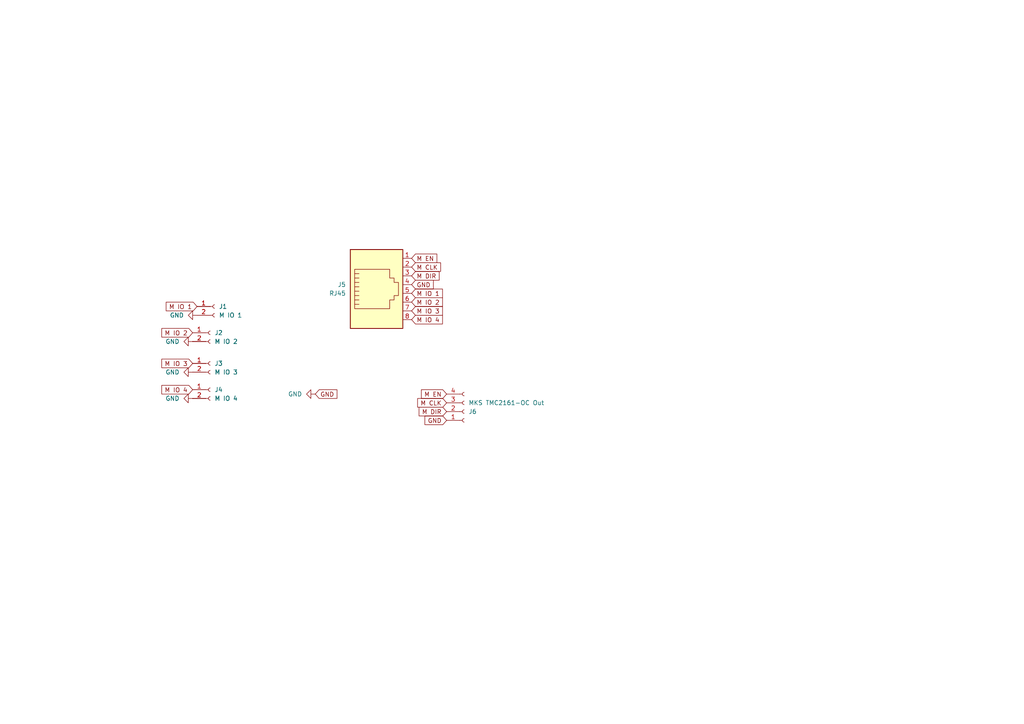
<source format=kicad_sch>
(kicad_sch (version 20231120) (generator "eeschema") (generator_version "8.0")
  (paper "A4")
  (lib_symbols
    (symbol "Connector:Conn_01x02_Socket" (pin_names (offset 1.016) hide)
      (property "Reference" "J" (at 0 2.54 0))
      (property "Value" "Conn_01x02_Socket" (at 0 -5.08 0))
      (symbol "Conn_01x02_Socket_1_1"
        (arc (start 0 -2.032) (mid -0.5058 -2.54) (end 0 -3.048) (stroke (width 0.1524)))
        (polyline (pts (xy -1.27 -2.54) (xy -0.508 -2.54)) (stroke (width 0.1524)))
        (polyline (pts (xy -1.27 0) (xy -0.508 0)) (stroke (width 0.1524)))
        (arc (start 0 0.508) (mid -0.5058 0) (end 0 -0.508) (stroke (width 0.1524)))
        (pin passive line (at -5.08 0 0) (length 3.81) (name "Pin_1") (number "1"))
        (pin passive line (at -5.08 -2.54 0) (length 3.81) (name "Pin_2") (number "2"))
      )
    )
    (symbol "Connector:Conn_01x04_Socket" (pin_names (offset 1.016) hide)
      (property "Reference" "J" (at 0 5.08 0))
      (property "Value" "Conn_01x04_Socket" (at 0 -7.62 0))
      (symbol "Conn_01x04_Socket_1_1"
        (arc (start 0 -4.572) (mid -0.5058 -5.08) (end 0 -5.588) (stroke (width 0.1524)))
        (arc (start 0 -2.032) (mid -0.5058 -2.54) (end 0 -3.048) (stroke (width 0.1524)))
        (polyline (pts (xy -1.27 -5.08) (xy -0.508 -5.08)) (stroke (width 0.1524)))
        (polyline (pts (xy -1.27 -2.54) (xy -0.508 -2.54)) (stroke (width 0.1524)))
        (polyline (pts (xy -1.27 0) (xy -0.508 0)) (stroke (width 0.1524)))
        (polyline (pts (xy -1.27 2.54) (xy -0.508 2.54)) (stroke (width 0.1524)))
        (arc (start 0 0.508) (mid -0.5058 0) (end 0 -0.508) (stroke (width 0.1524)))
        (arc (start 0 3.048) (mid -0.5058 2.54) (end 0 2.032) (stroke (width 0.1524)))
        (pin passive line (at -5.08 2.54 0) (length 3.81) (name "Pin_1") (number "1"))
        (pin passive line (at -5.08 0 0) (length 3.81) (name "Pin_2") (number "2"))
        (pin passive line (at -5.08 -2.54 0) (length 3.81) (name "Pin_3") (number "3"))
        (pin passive line (at -5.08 -5.08 0) (length 3.81) (name "Pin_4") (number "4"))
      )
    )
    (symbol "Connector:RJ45" (pin_names (offset 1.016))
      (property "Reference" "J" (at -5.08 13.97 0))
      (property "Value" "RJ45" (at 2.54 13.97 0))
      (symbol "RJ45_0_1"
        (polyline (pts (xy -5.08 4.445) (xy -6.35 4.445)))
        (polyline (pts (xy -5.08 5.715) (xy -6.35 5.715)))
        (polyline (pts (xy -6.35 -3.175) (xy -5.08 -3.175) (xy -5.08 -3.175)))
        (polyline (pts (xy -6.35 -1.905) (xy -5.08 -1.905) (xy -5.08 -1.905)))
        (polyline (pts (xy -6.35 -0.635) (xy -5.08 -0.635) (xy -5.08 -0.635)))
        (polyline (pts (xy -6.35 0.635) (xy -5.08 0.635) (xy -5.08 0.635)))
        (polyline (pts (xy -6.35 1.905) (xy -5.08 1.905) (xy -5.08 1.905)))
        (polyline (pts (xy -5.08 3.175) (xy -6.35 3.175) (xy -6.35 3.175)))
        (polyline (pts (xy -6.35 -4.445) (xy -6.35 6.985) (xy 3.81 6.985) (xy 3.81 4.445) (xy 5.08 4.445) (xy 5.08 3.175) (xy 6.35 3.175) (xy 6.35 -0.635) (xy 5.08 -0.635) (xy 5.08 -1.905) (xy 3.81 -1.905) (xy 3.81 -4.445) (xy -6.35 -4.445) (xy -6.35 -4.445)))
        (rectangle (start 7.62 12.7) (end -7.62 -10.16) (stroke (width 0.254)) (fill (type background)))
      )
      (symbol "RJ45_1_1"
        (pin passive line (at 10.16 -7.62 180) (length 2.54) (name "~") (number "1"))
        (pin passive line (at 10.16 -5.08 180) (length 2.54) (name "~") (number "2"))
        (pin passive line (at 10.16 -2.54 180) (length 2.54) (name "~") (number "3"))
        (pin passive line (at 10.16 0 180) (length 2.54) (name "~") (number "4"))
        (pin passive line (at 10.16 2.54 180) (length 2.54) (name "~") (number "5"))
        (pin passive line (at 10.16 5.08 180) (length 2.54) (name "~") (number "6"))
        (pin passive line (at 10.16 7.62 180) (length 2.54) (name "~") (number "7"))
        (pin passive line (at 10.16 10.16 180) (length 2.54) (name "~") (number "8"))
      )
    )
    (symbol "power:GND" (power) (pin_numbers hide) (pin_names (offset 0) hide)
      (property "Value" "GND" (at 0 -3.81 0))
      (symbol "GND_0_1"
        (polyline (pts (xy 0 0) (xy 0 -1.27) (xy 1.27 -1.27) (xy 0 -2.54) (xy -1.27 -1.27) (xy 0 -1.27)))
      )
      (symbol "GND_1_1"
        (pin power_in line (at 0 0 270) (length 0) (name "~") (number "1"))
      )
    )
  )
  (global_label "M CLK" (shape input) (at 129.54 116.84 180) (property "Intersheetrefs" "${INTERSHEET_REFS}" (effects (hide yes))))
  (global_label "M CLK" (shape input) (at 119.38 77.47 0) (property "Intersheetrefs" "${INTERSHEET_REFS}" (effects (hide yes))))
  (global_label "GND" (shape input) (at 91.44 114.3 0) (property "Intersheetrefs" "${INTERSHEET_REFS}" (effects (hide yes))))
  (global_label "M IO 2" (shape input) (at 55.88 96.52 180) (property "Intersheetrefs" "${INTERSHEET_REFS}" (effects (hide yes))))
  (global_label "M IO 3" (shape input) (at 55.88 105.41 180) (property "Intersheetrefs" "${INTERSHEET_REFS}" (effects (hide yes))))
  (global_label "M IO 4" (shape input) (at 55.88 113.03 180) (property "Intersheetrefs" "${INTERSHEET_REFS}" (effects (hide yes))))
  (global_label "GND" (shape input) (at 119.38 82.55 0) (property "Intersheetrefs" "${INTERSHEET_REFS}" (effects (hide yes))))
  (global_label "M DIR" (shape input) (at 119.38 80.01 0) (property "Intersheetrefs" "${INTERSHEET_REFS}" (effects (hide yes))))
  (global_label "M IO 1" (shape input) (at 57.15 88.9 180) (property "Intersheetrefs" "${INTERSHEET_REFS}" (effects (hide yes))))
  (global_label "M EN" (shape input) (at 119.38 74.93 0) (property "Intersheetrefs" "${INTERSHEET_REFS}" (effects (hide yes))))
  (global_label "M IO 2" (shape input) (at 119.38 87.63 0) (property "Intersheetrefs" "${INTERSHEET_REFS}" (effects (hide yes))))
  (global_label "M IO 4" (shape input) (at 119.38 92.71 0) (property "Intersheetrefs" "${INTERSHEET_REFS}" (effects (hide yes))))
  (global_label "M IO 1" (shape input) (at 119.38 85.09 0) (property "Intersheetrefs" "${INTERSHEET_REFS}" (effects (hide yes))))
  (global_label "M IO 3" (shape input) (at 119.38 90.17 0) (property "Intersheetrefs" "${INTERSHEET_REFS}" (effects (hide yes))))
  (global_label "M DIR" (shape input) (at 129.54 119.38 180) (property "Intersheetrefs" "${INTERSHEET_REFS}" (effects (hide yes))))
  (global_label "GND" (shape input) (at 129.54 121.92 180) (property "Intersheetrefs" "${INTERSHEET_REFS}" (effects (hide yes))))
  (global_label "M EN" (shape input) (at 129.54 114.3 180) (property "Intersheetrefs" "${INTERSHEET_REFS}" (effects (hide yes))))
  (symbol (lib_id "Connector:Conn_01x04_Socket") (at 134.62 119.38 0) (mirror x) (unit 1)
    (property "Reference" "J6" (at 135.89 119.3801 0) (effects (justify left)))
    (property "Value" "MKS TMC2161-OC Out" (at 135.89 116.8401 0) (effects (justify left)))
    (property "Footprint" "Connector_JST:JST_XH_B4B-XH-A_1x04_P2.50mm_Vertical" (effects (hide yes)))
    (property "Description" "Generic connector, single row, 01x04, script generated" (effects (hide yes)))
  )
  (symbol (lib_id "power:GND") (at 55.88 99.06 270) (unit 1)
    (property "Reference" "#PWR02" (effects (hide yes)))
    (property "Value" "GND" (at 52.07 99.0599 90) (effects (justify right)))
    (property "Description" "Power symbol creates a global label with name \"GND\" , ground" (effects (hide yes)))
  )
  (symbol (lib_id "power:GND") (at 91.44 114.3 270) (unit 1)
    (property "Reference" "#PWR05" (effects (hide yes)))
    (property "Value" "GND" (at 87.63 114.2999 90) (effects (justify right)))
    (property "Description" "Power symbol creates a global label with name \"GND\" , ground" (effects (hide yes)))
  )
  (symbol (lib_id "Connector:Conn_01x02_Socket") (at 62.23 88.9 0) (unit 1)
    (property "Reference" "J1" (at 63.5 88.8999 0) (effects (justify left)))
    (property "Value" "M IO 1" (at 63.5 91.4399 0) (effects (justify left)))
    (property "Footprint" "Connector_JST:JST_XH_B2B-XH-A_1x02_P2.50mm_Vertical" (effects (hide yes)))
    (property "Description" "Generic connector, single row, 01x02, script generated" (effects (hide yes)))
  )
  (symbol (lib_id "Connector:Conn_01x02_Socket") (at 60.96 105.41 0) (unit 1)
    (property "Reference" "J3" (at 62.23 105.4099 0) (effects (justify left)))
    (property "Value" "M IO 3" (at 62.23 107.9499 0) (effects (justify left)))
    (property "Footprint" "Connector_JST:JST_XH_B2B-XH-A_1x02_P2.50mm_Vertical" (effects (hide yes)))
    (property "Description" "Generic connector, single row, 01x02, script generated" (effects (hide yes)))
  )
  (symbol (lib_id "Connector:RJ45") (at 109.22 82.55 0) (mirror x) (unit 1)
    (property "Reference" "J5" (at 100.33 82.5499 0) (effects (justify right)))
    (property "Value" "RJ45" (at 100.33 85.0899 0) (effects (justify right)))
    (property "Footprint" "SamacSys_Parts:RJ458N3S" (effects (hide yes)))
    (property "Description" "RJ connector, 8P8C (8 positions 8 connected)" (effects (hide yes)))
  )
  (symbol (lib_id "power:GND") (at 55.88 107.95 270) (unit 1)
    (property "Reference" "#PWR03" (effects (hide yes)))
    (property "Value" "GND" (at 52.07 107.9499 90) (effects (justify right)))
    (property "Description" "Power symbol creates a global label with name \"GND\" , ground" (effects (hide yes)))
  )
  (symbol (lib_id "Connector:Conn_01x02_Socket") (at 60.96 96.52 0) (unit 1)
    (property "Reference" "J2" (at 62.23 96.5199 0) (effects (justify left)))
    (property "Value" "M IO 2" (at 62.23 99.0599 0) (effects (justify left)))
    (property "Footprint" "Connector_JST:JST_XH_B2B-XH-A_1x02_P2.50mm_Vertical" (effects (hide yes)))
    (property "Description" "Generic connector, single row, 01x02, script generated" (effects (hide yes)))
  )
  (symbol (lib_id "power:GND") (at 57.15 91.44 270) (unit 1)
    (property "Reference" "#PWR01" (effects (hide yes)))
    (property "Value" "GND" (at 53.34 91.4399 90) (effects (justify right)))
    (property "Description" "Power symbol creates a global label with name \"GND\" , ground" (effects (hide yes)))
  )
  (symbol (lib_id "Connector:Conn_01x02_Socket") (at 60.96 113.03 0) (unit 1)
    (property "Reference" "J4" (at 62.23 113.0299 0) (effects (justify left)))
    (property "Value" "M IO 4" (at 62.23 115.5699 0) (effects (justify left)))
    (property "Footprint" "Connector_JST:JST_XH_B2B-XH-A_1x02_P2.50mm_Vertical" (effects (hide yes)))
    (property "Description" "Generic connector, single row, 01x02, script generated" (effects (hide yes)))
  )
  (symbol (lib_id "power:GND") (at 55.88 115.57 270) (unit 1)
    (property "Reference" "#PWR04" (effects (hide yes)))
    (property "Value" "GND" (at 52.07 115.5699 90) (effects (justify right)))
    (property "Description" "Power symbol creates a global label with name \"GND\" , ground" (effects (hide yes)))
  )
)
</source>
